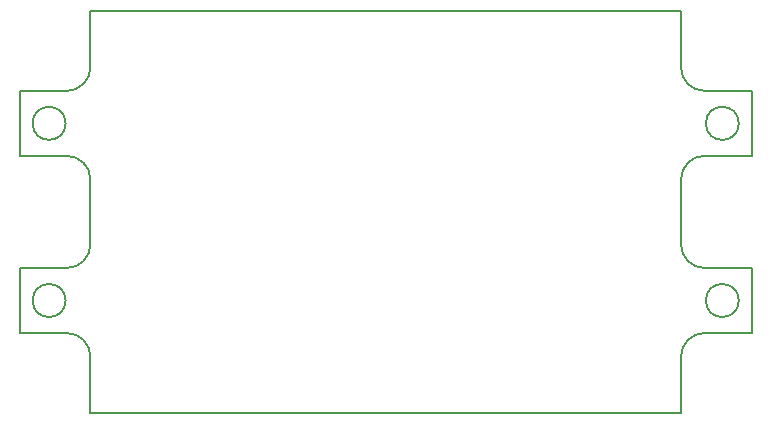
<source format=gbr>
%TF.GenerationSoftware,KiCad,Pcbnew,(5.1.6)-1*%
%TF.CreationDate,2021-03-25T12:52:47+05:30*%
%TF.ProjectId,RX_Controller,52585f43-6f6e-4747-926f-6c6c65722e6b,rev?*%
%TF.SameCoordinates,Original*%
%TF.FileFunction,Profile,NP*%
%FSLAX46Y46*%
G04 Gerber Fmt 4.6, Leading zero omitted, Abs format (unit mm)*
G04 Created by KiCad (PCBNEW (5.1.6)-1) date 2021-03-25 12:52:47*
%MOMM*%
%LPD*%
G01*
G04 APERTURE LIST*
%TA.AperFunction,Profile*%
%ADD10C,0.200000*%
%TD*%
G04 APERTURE END LIST*
D10*
X97999999Y-107249999D02*
G75*
G02*
X100000000Y-109250000I0J-2000001D01*
G01*
X100000001Y-99750000D02*
G75*
G02*
X98000000Y-101750001I-2000001J0D01*
G01*
X97999999Y-92249999D02*
G75*
G02*
X100000000Y-94250000I0J-2000001D01*
G01*
X100000001Y-84749999D02*
G75*
G02*
X98000000Y-86750000I-2000001J0D01*
G01*
X150000000Y-109250000D02*
G75*
G02*
X152000001Y-107249999I2000001J0D01*
G01*
X152000001Y-86750001D02*
G75*
G02*
X150000000Y-84750000I0J2000001D01*
G01*
X152000001Y-101749999D02*
G75*
G02*
X150000000Y-99750000I-1J2000000D01*
G01*
X150000000Y-94250000D02*
G75*
G02*
X152000000Y-92250000I2000000J0D01*
G01*
X97900000Y-104500000D02*
G75*
G03*
X97900000Y-104500000I-1400000J0D01*
G01*
X97900000Y-89500000D02*
G75*
G03*
X97900000Y-89500000I-1400000J0D01*
G01*
X154900000Y-89500000D02*
G75*
G03*
X154900000Y-89500000I-1400000J0D01*
G01*
X154900000Y-104500000D02*
G75*
G03*
X154900000Y-104500000I-1400000J0D01*
G01*
X156000000Y-86750000D02*
X156000000Y-92250000D01*
X100000001Y-99750000D02*
X100000000Y-94250000D01*
X100000000Y-114000000D02*
X100000000Y-109250000D01*
X98000000Y-107250000D02*
X94000000Y-107250000D01*
X94000000Y-107250000D02*
X94000000Y-101750000D01*
X98000000Y-101750001D02*
X94000000Y-101750000D01*
X98000000Y-86750000D02*
X94000000Y-86750000D01*
X98000000Y-92250000D02*
X94000000Y-92250000D01*
X94000000Y-92250000D02*
X94000000Y-86750000D01*
X150000000Y-94250000D02*
X150000000Y-99750000D01*
X150000000Y-80000000D02*
X150000000Y-84750000D01*
X152000000Y-107250000D02*
X156000000Y-107250000D01*
X152000000Y-101750000D02*
X156000000Y-101750000D01*
X156000000Y-101750000D02*
X156000000Y-107250000D01*
X152000000Y-92250000D02*
X156000000Y-92250000D01*
X152000001Y-86750001D02*
X156000000Y-86750000D01*
X100000000Y-84750000D02*
X100000000Y-80000000D01*
X150000000Y-114000000D02*
X100000000Y-114000000D01*
X150000000Y-109250000D02*
X150000000Y-114000000D01*
X100000000Y-80000000D02*
X150000000Y-80000000D01*
M02*

</source>
